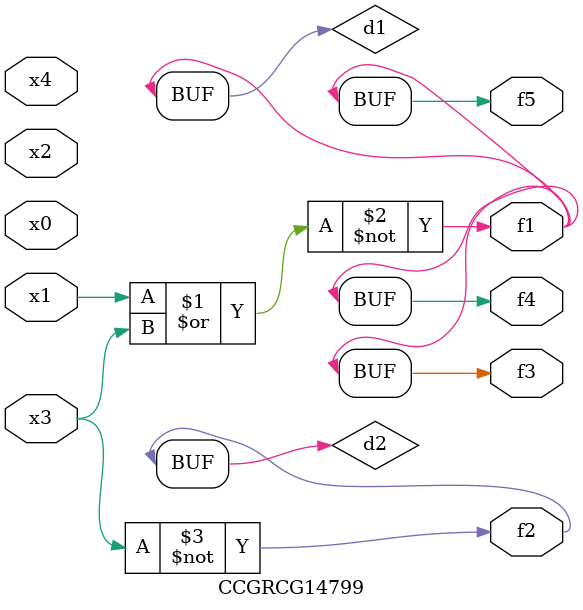
<source format=v>
module CCGRCG14799(
	input x0, x1, x2, x3, x4,
	output f1, f2, f3, f4, f5
);

	wire d1, d2;

	nor (d1, x1, x3);
	not (d2, x3);
	assign f1 = d1;
	assign f2 = d2;
	assign f3 = d1;
	assign f4 = d1;
	assign f5 = d1;
endmodule

</source>
